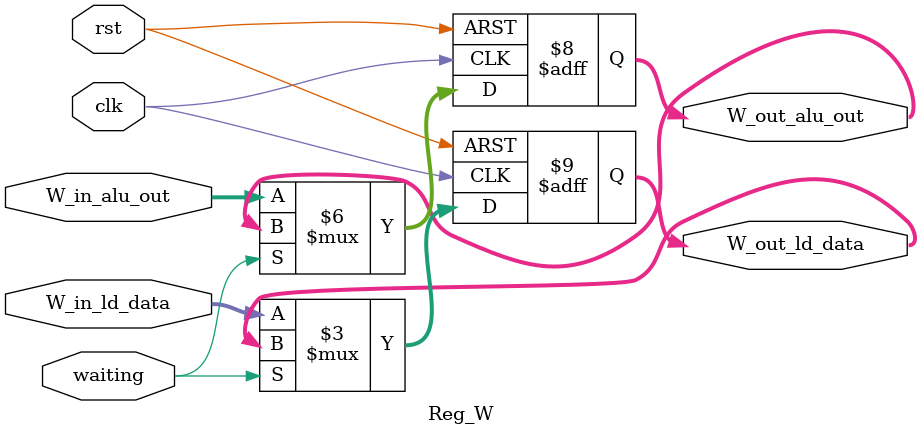
<source format=v>
module Reg_W(input wire clk,
             input wire rst,
             input wire waiting,
             input wire [31:0] W_in_alu_out,
             input wire [31:0] W_in_ld_data,
             output reg [31:0] W_out_alu_out,
             output reg [31:0] W_out_ld_data);
    
    always@(posedge clk or posedge rst)
    begin
        if (rst)
        begin
            W_out_alu_out <= 32'd0;
            W_out_ld_data <= 32'd0;
        end
        else begin
            if (waiting)
            begin
                W_out_alu_out <= W_out_alu_out;
                W_out_ld_data <= W_out_ld_data;
            end
            else 
            begin
                W_out_alu_out <= W_in_alu_out;
                W_out_ld_data <= W_in_ld_data;
            end
        end
    end
endmodule

</source>
